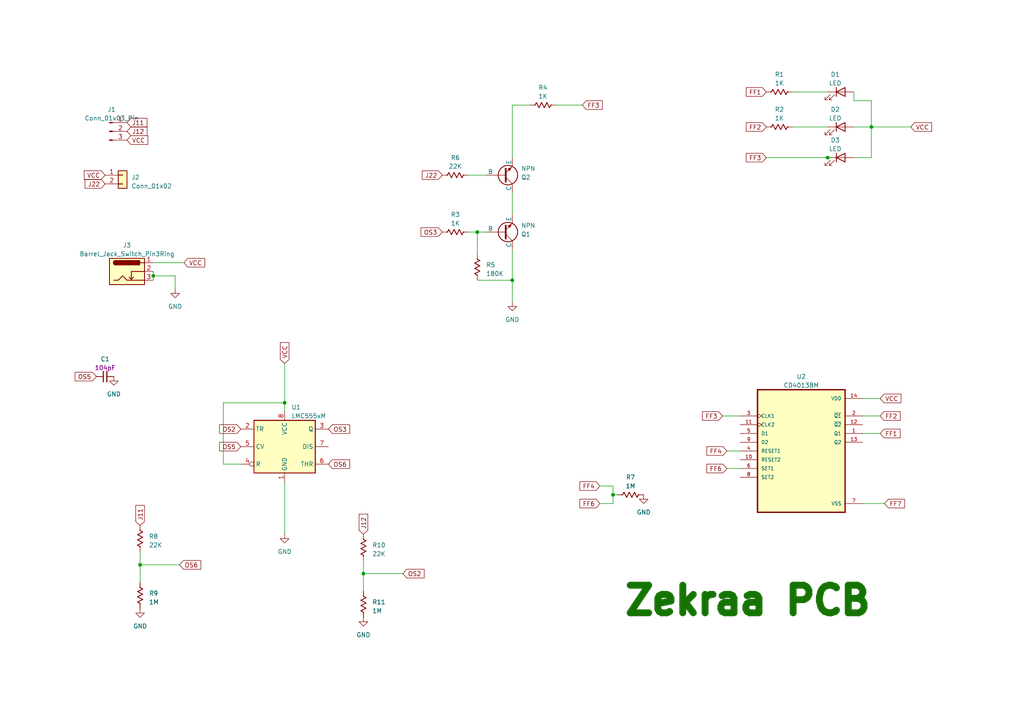
<source format=kicad_sch>
(kicad_sch (version 20230121) (generator eeschema)
  (paper "A4")
  (lib_symbols
    (symbol "CD4013BM:CD4013BM" (pin_names (offset 1.016))
      (property "Reference" "U" (at -12.7 18.78 0))
      (property "Value" "CD4013BM" (at -12.7 -21.78 0))
      (symbol "CD4013BM_0_0"
        (rectangle (start -12.7 -17.78) (end 12.7 17.78) (stroke (width 0.41)) (fill (type background)))
        (pin output line (at 17.78 5.08 180) (length 5.08) (name "Q1") (number "1"))
        (pin input line (at -17.78 -2.54 0) (length 5.08) (name "RESET2") (number "10"))
        (pin input clock (at -17.78 7.62 0) (length 5.08) (name "CLK2") (number "11"))
        (pin output line (at 17.78 7.62 180) (length 5.08) (name "~{Q2}") (number "12"))
        (pin output line (at 17.78 2.54 180) (length 5.08) (name "Q2") (number "13"))
        (pin power_in line (at 17.78 15.24 180) (length 5.08) (name "VDD") (number "14"))
        (pin output line (at 17.78 10.16 180) (length 5.08) (name "~{Q1}") (number "2"))
        (pin input clock (at -17.78 10.16 0) (length 5.08) (name "CLK1") (number "3"))
        (pin input line (at -17.78 0 0) (length 5.08) (name "RESET1") (number "4"))
        (pin input line (at -17.78 5.08 0) (length 5.08) (name "D1") (number "5"))
        (pin input line (at -17.78 -5.08 0) (length 5.08) (name "SET1") (number "6"))
        (pin power_in line (at 17.78 -15.24 180) (length 5.08) (name "VSS") (number "7"))
        (pin input line (at -17.78 -7.62 0) (length 5.08) (name "SET2") (number "8"))
        (pin input line (at -17.78 2.54 0) (length 5.08) (name "D2") (number "9"))
      )
    )
    (symbol "Connector:Barrel_Jack_Switch_Pin3Ring" (pin_names hide)
      (property "Reference" "J" (at 0 5.334 0))
      (property "Value" "Barrel_Jack_Switch_Pin3Ring" (at 0 -5.08 0))
      (symbol "Barrel_Jack_Switch_Pin3Ring_0_1"
        (rectangle (start -5.08 3.81) (end 5.08 -3.81) (stroke (width 0.254)) (fill (type background)))
        (arc (start -3.302 3.175) (mid -3.9343 2.54) (end -3.302 1.905) (stroke (width 0.254)))
        (arc (start -3.302 3.175) (mid -3.9343 2.54) (end -3.302 1.905) (stroke (width 0.254)) (fill (type outline)))
        (polyline (pts (xy 1.27 -2.286) (xy 1.905 -1.651)) (stroke (width 0.254)))
        (polyline (pts (xy 5.08 2.54) (xy 3.81 2.54)) (stroke (width 0.254)))
        (polyline (pts (xy 5.08 0) (xy 1.27 0) (xy 1.27 -2.286) (xy 0.635 -1.651)) (stroke (width 0.254)))
        (polyline (pts (xy -3.81 -2.54) (xy -2.54 -2.54) (xy -1.27 -1.27) (xy 0 -2.54) (xy 2.54 -2.54) (xy 5.08 -2.54)) (stroke (width 0.254)))
        (rectangle (start 3.683 3.175) (end -3.302 1.905) (stroke (width 0.254)) (fill (type outline)))
      )
      (symbol "Barrel_Jack_Switch_Pin3Ring_1_1"
        (pin passive line (at 7.62 2.54 180) (length 2.54) (name "~") (number "1"))
        (pin passive line (at 7.62 0 180) (length 2.54) (name "~") (number "2"))
        (pin passive line (at 7.62 -2.54 180) (length 2.54) (name "~") (number "3"))
      )
    )
    (symbol "Connector:Conn_01x03_Pin" (pin_names (offset 1.016) hide)
      (property "Reference" "J" (at 0 5.08 0))
      (property "Value" "Conn_01x03_Pin" (at 0 -5.08 0))
      (symbol "Conn_01x03_Pin_1_1"
        (polyline (pts (xy 1.27 -2.54) (xy 0.8636 -2.54)) (stroke (width 0.1524)))
        (polyline (pts (xy 1.27 0) (xy 0.8636 0)) (stroke (width 0.1524)))
        (polyline (pts (xy 1.27 2.54) (xy 0.8636 2.54)) (stroke (width 0.1524)))
        (rectangle (start 0.8636 -2.413) (end 0 -2.667) (stroke (width 0.1524)) (fill (type outline)))
        (rectangle (start 0.8636 0.127) (end 0 -0.127) (stroke (width 0.1524)) (fill (type outline)))
        (rectangle (start 0.8636 2.667) (end 0 2.413) (stroke (width 0.1524)) (fill (type outline)))
        (pin passive line (at 5.08 2.54 180) (length 3.81) (name "Pin_1") (number "1"))
        (pin passive line (at 5.08 0 180) (length 3.81) (name "Pin_2") (number "2"))
        (pin passive line (at 5.08 -2.54 180) (length 3.81) (name "Pin_3") (number "3"))
      )
    )
    (symbol "Device:LED" (pin_numbers hide) (pin_names (offset 1.016) hide)
      (property "Reference" "D" (at 0 2.54 0))
      (property "Value" "LED" (at 0 -2.54 0))
      (symbol "LED_0_1"
        (polyline (pts (xy -1.27 -1.27) (xy -1.27 1.27)) (stroke (width 0.254)))
        (polyline (pts (xy -1.27 0) (xy 1.27 0)))
        (polyline (pts (xy 1.27 -1.27) (xy 1.27 1.27) (xy -1.27 0) (xy 1.27 -1.27)) (stroke (width 0.254)))
        (polyline (pts (xy -3.048 -0.762) (xy -4.572 -2.286) (xy -3.81 -2.286) (xy -4.572 -2.286) (xy -4.572 -1.524)))
        (polyline (pts (xy -1.778 -0.762) (xy -3.302 -2.286) (xy -2.54 -2.286) (xy -3.302 -2.286) (xy -3.302 -1.524)))
      )
      (symbol "LED_1_1"
        (pin passive line (at -3.81 0 0) (length 2.54) (name "K") (number "1"))
        (pin passive line (at 3.81 0 180) (length 2.54) (name "A") (number "2"))
      )
    )
    (symbol "PCM_4ms_Capacitor:C_Generic" (pin_numbers hide) (pin_names (offset 0.254) hide)
      (property "Reference" "C" (at 1.905 1.016 0))
      (property "Display" "?F" (at 1.905 -1.27 0))
      (symbol "C_Generic_0_1"
        (polyline (pts (xy -1.524 -0.508) (xy 1.524 -0.508)) (stroke (width 0.3302)))
        (polyline (pts (xy -1.524 0.508) (xy 1.524 0.508)) (stroke (width 0.3048)))
      )
      (symbol "C_Generic_1_1"
        (pin passive line (at 0 2.54 270) (length 2.032) (name "~") (number "1"))
        (pin passive line (at 0 -2.54 90) (length 2.032) (name "~") (number "2"))
      )
    )
    (symbol "PCM_4ms_Connector:Conn_01x02" (pin_names (offset 1.016) hide)
      (property "Reference" "J" (at 0 2.54 0))
      (property "Value" "Conn_01x02" (at 0 -5.08 0))
      (symbol "Conn_01x02_1_1"
        (rectangle (start -1.27 -2.413) (end 0 -2.667) (stroke (width 0.1524)))
        (rectangle (start -1.27 0.127) (end 0 -0.127) (stroke (width 0.1524)))
        (rectangle (start -1.27 1.27) (end 1.27 -3.81) (stroke (width 0.254)) (fill (type background)))
        (pin passive line (at -5.08 0 0) (length 3.81) (name "Pin_1") (number "1"))
        (pin passive line (at -5.08 -2.54 0) (length 3.81) (name "Pin_2") (number "2"))
      )
    )
    (symbol "PCM_4ms_Power-symbol:GND" (power) (pin_names (offset 0))
      (property "Value" "GND" (at 0 -3.81 0))
      (symbol "GND_0_1"
        (polyline (pts (xy 0 0) (xy 0 -1.27) (xy 1.27 -1.27) (xy 0 -2.54) (xy -1.27 -1.27) (xy 0 -1.27)))
      )
      (symbol "GND_1_1"
        (pin power_in line (at 0 0 270) (length 0) hide (name "GND") (number "1"))
      )
    )
    (symbol "PCM_Resistor_US_AKL:R_DIN0207_P10.16mm" (pin_numbers hide) (pin_names (offset 0))
      (property "Reference" "R" (at 2.54 1.27 0))
      (property "Value" "R_DIN0207_P10.16mm" (at 2.54 -1.27 0))
      (symbol "R_DIN0207_P10.16mm_0_1"
        (polyline (pts (xy 0 -2.286) (xy 0 -2.54)) (stroke (width 0.254)))
        (polyline (pts (xy 0 2.286) (xy 0 2.54)) (stroke (width 0.254)))
        (polyline (pts (xy 0 2.286) (xy 0.762 1.905) (xy -0.762 1.143) (xy 0 0.762) (xy 0.762 0.381) (xy 0 0) (xy -0.762 -0.381) (xy 0 -0.762) (xy 0.762 -1.143) (xy 0 -1.524) (xy -0.762 -1.905) (xy 0 -2.286)) (stroke (width 0.254)))
      )
      (symbol "R_DIN0207_P10.16mm_1_1"
        (pin passive line (at 0 3.81 270) (length 1.27) (name "~") (number "1"))
        (pin passive line (at 0 -3.81 90) (length 1.27) (name "~") (number "2"))
      )
    )
    (symbol "Simulation_SPICE:NPN" (pin_numbers hide) (pin_names (offset 0))
      (property "Reference" "Q" (at -2.54 7.62 0))
      (property "Value" "NPN" (at -2.54 5.08 0))
      (symbol "NPN_0_1"
        (polyline (pts (xy -2.54 0) (xy 0.635 0)) (stroke (width 0.1524)))
        (polyline (pts (xy 0.635 0.635) (xy 2.54 2.54)))
        (polyline (pts (xy 2.794 -1.27) (xy 2.794 -1.27)) (stroke (width 0.1524)))
        (polyline (pts (xy 2.794 -1.27) (xy 2.794 -1.27)) (stroke (width 0.1524)))
        (polyline (pts (xy 0.635 -0.635) (xy 2.54 -2.54) (xy 2.54 -2.54)))
        (polyline (pts (xy 0.635 1.905) (xy 0.635 -1.905) (xy 0.635 -1.905)) (stroke (width 0.508)))
        (polyline (pts (xy 1.27 -1.778) (xy 1.778 -1.27) (xy 2.286 -2.286) (xy 1.27 -1.778) (xy 1.27 -1.778)) (fill (type outline)))
        (circle (center 1.27 0) (radius 2.8194) (stroke (width 0.254)))
      )
      (symbol "NPN_1_1"
        (pin open_collector line (at 2.54 5.08 270) (length 2.54) (name "C") (number "1"))
        (pin input line (at -5.08 0 0) (length 2.54) (name "B") (number "2"))
        (pin open_emitter line (at 2.54 -5.08 90) (length 2.54) (name "E") (number "3"))
      )
    )
    (symbol "Timer:LMC555xM"
      (property "Reference" "U" (at -10.16 8.89 0))
      (property "Value" "LMC555xM" (at 2.54 8.89 0))
      (symbol "LMC555xM_0_0"
        (pin power_in line (at 0 -10.16 90) (length 2.54) (name "GND") (number "1"))
        (pin power_in line (at 0 10.16 270) (length 2.54) (name "VCC") (number "8"))
      )
      (symbol "LMC555xM_0_1"
        (rectangle (start -8.89 -7.62) (end 8.89 7.62) (stroke (width 0.254)) (fill (type background)))
        (rectangle (start -8.89 -7.62) (end 8.89 7.62) (stroke (width 0.254)) (fill (type background)))
      )
      (symbol "LMC555xM_1_1"
        (pin input line (at -12.7 5.08 0) (length 3.81) (name "TR") (number "2"))
        (pin output line (at 12.7 5.08 180) (length 3.81) (name "Q") (number "3"))
        (pin input inverted (at -12.7 -5.08 0) (length 3.81) (name "R") (number "4"))
        (pin input line (at -12.7 0 0) (length 3.81) (name "CV") (number "5"))
        (pin input line (at 12.7 -5.08 180) (length 3.81) (name "THR") (number "6"))
        (pin input line (at 12.7 0 180) (length 3.81) (name "DIS") (number "7"))
      )
    )
  )
  (junction (at 240.03 45.72))
  (junction (at 82.55 116.84))
  (junction (at 177.8 143.51))
  (junction (at 148.59 81.28))
  (junction (at 105.41 166.37))
  (junction (at 44.45 80.01))
  (junction (at 252.73 36.83))
  (junction (at 138.43 67.31))
  (junction (at 40.64 163.83))
  (wire (pts (xy 250.19 125.73) (xy 255.27 125.73)))
  (wire (pts (xy 173.99 146.05) (xy 177.8 146.05)))
  (wire (pts (xy 138.43 67.31) (xy 140.97 67.31)))
  (wire (pts (xy 52.07 163.83) (xy 40.64 163.83)))
  (wire (pts (xy 173.99 140.97) (xy 177.8 140.97)))
  (wire (pts (xy 138.43 67.31) (xy 138.43 73.66)))
  (wire (pts (xy 240.03 45.72) (xy 241.3 45.72)))
  (wire (pts (xy 210.82 130.81) (xy 214.63 130.81)))
  (wire (pts (xy 135.89 50.8) (xy 140.97 50.8)))
  (wire (pts (xy 138.43 81.28) (xy 148.59 81.28)))
  (wire (pts (xy 135.89 67.31) (xy 138.43 67.31)))
  (wire (pts (xy 161.29 30.48) (xy 168.91 30.48)))
  (wire (pts (xy 148.59 45.72) (xy 148.59 30.48)))
  (wire (pts (xy 44.45 76.2) (xy 53.34 76.2)))
  (wire (pts (xy 252.73 45.72) (xy 247.65 45.72)))
  (wire (pts (xy 105.41 162.56) (xy 105.41 166.37)))
  (wire (pts (xy 250.19 115.57) (xy 255.27 115.57)))
  (wire (pts (xy 116.84 166.37) (xy 105.41 166.37)))
  (wire (pts (xy 105.41 166.37) (xy 105.41 171.45)))
  (wire (pts (xy 82.55 139.7) (xy 82.55 154.94)))
  (wire (pts (xy 82.55 116.84) (xy 82.55 119.38)))
  (wire (pts (xy 40.64 163.83) (xy 40.64 168.91)))
  (wire (pts (xy 50.8 80.01) (xy 50.8 83.82)))
  (wire (pts (xy 69.85 134.62) (xy 64.77 134.62)))
  (wire (pts (xy 209.55 120.65) (xy 214.63 120.65)))
  (wire (pts (xy 40.64 160.02) (xy 40.64 163.83)))
  (wire (pts (xy 177.8 143.51) (xy 179.07 143.51)))
  (wire (pts (xy 148.59 72.39) (xy 148.59 81.28)))
  (wire (pts (xy 250.19 146.05) (xy 256.54 146.05)))
  (wire (pts (xy 148.59 30.48) (xy 153.67 30.48)))
  (wire (pts (xy 44.45 78.74) (xy 44.45 80.01)))
  (wire (pts (xy 82.55 105.41) (xy 82.55 116.84)))
  (wire (pts (xy 252.73 36.83) (xy 264.16 36.83)))
  (wire (pts (xy 222.25 45.72) (xy 240.03 45.72)))
  (wire (pts (xy 148.59 81.28) (xy 148.59 87.63)))
  (wire (pts (xy 247.65 36.83) (xy 252.73 36.83)))
  (wire (pts (xy 177.8 143.51) (xy 177.8 146.05)))
  (wire (pts (xy 252.73 36.83) (xy 252.73 45.72)))
  (wire (pts (xy 44.45 80.01) (xy 44.45 81.28)))
  (wire (pts (xy 64.77 116.84) (xy 82.55 116.84)))
  (wire (pts (xy 229.87 26.67) (xy 240.03 26.67)))
  (wire (pts (xy 252.73 29.21) (xy 252.73 36.83)))
  (wire (pts (xy 250.19 120.65) (xy 255.27 120.65)))
  (wire (pts (xy 210.82 135.89) (xy 214.63 135.89)))
  (wire (pts (xy 148.59 55.88) (xy 148.59 62.23)))
  (wire (pts (xy 247.65 29.21) (xy 247.65 26.67)))
  (wire (pts (xy 229.87 36.83) (xy 240.03 36.83)))
  (wire (pts (xy 44.45 80.01) (xy 50.8 80.01)))
  (wire (pts (xy 64.77 134.62) (xy 64.77 116.84)))
  (wire (pts (xy 177.8 140.97) (xy 177.8 143.51)))
  (wire (pts (xy 252.73 29.21) (xy 247.65 29.21)))
  (text "Zekraa PCB" (at 180.34 179.07 0) (effects (font (size 8 8) (thickness 2.4) bold) (justify left bottom)))
  (global_label "FF4" (shape input) (at 210.82 130.81 180) (property "Intersheetrefs" "${INTERSHEET_REFS}" (effects hide)))
  (global_label "J11" (shape input) (at 40.64 152.4 90) (property "Intersheetrefs" "${INTERSHEET_REFS}" (effects hide)))
  (global_label "FF4" (shape input) (at 173.99 140.97 180) (property "Intersheetrefs" "${INTERSHEET_REFS}" (effects hide)))
  (global_label "OS5" (shape input) (at 69.85 129.54 180) (property "Intersheetrefs" "${INTERSHEET_REFS}" (effects hide)))
  (global_label "FF1" (shape input) (at 255.27 125.73 0) (property "Intersheetrefs" "${INTERSHEET_REFS}" (effects hide)))
  (global_label "J11" (shape input) (at 36.83 35.56 0) (property "Intersheetrefs" "${INTERSHEET_REFS}" (effects hide)))
  (global_label "J12" (shape input) (at 36.83 38.1 0) (property "Intersheetrefs" "${INTERSHEET_REFS}" (effects hide)))
  (global_label "FF3" (shape input) (at 222.25 45.72 180) (property "Intersheetrefs" "${INTERSHEET_REFS}" (effects hide)))
  (global_label "VCC" (shape input) (at 53.34 76.2 0) (property "Intersheetrefs" "${INTERSHEET_REFS}" (effects hide)))
  (global_label "VCC" (shape input) (at 264.16 36.83 0) (property "Intersheetrefs" "${INTERSHEET_REFS}" (effects hide)))
  (global_label "OS6" (shape input) (at 95.25 134.62 0) (property "Intersheetrefs" "${INTERSHEET_REFS}" (effects hide)))
  (global_label "J22" (shape input) (at 30.48 53.34 180) (property "Intersheetrefs" "${INTERSHEET_REFS}" (effects hide)))
  (global_label "FF2" (shape input) (at 222.25 36.83 180) (property "Intersheetrefs" "${INTERSHEET_REFS}" (effects hide)))
  (global_label "VCC" (shape input) (at 36.83 40.64 0) (property "Intersheetrefs" "${INTERSHEET_REFS}" (effects hide)))
  (global_label "FF2" (shape input) (at 255.27 120.65 0) (property "Intersheetrefs" "${INTERSHEET_REFS}" (effects hide)))
  (global_label "J22" (shape input) (at 128.27 50.8 180) (property "Intersheetrefs" "${INTERSHEET_REFS}" (effects hide)))
  (global_label "VCC" (shape input) (at 82.55 105.41 90) (property "Intersheetrefs" "${INTERSHEET_REFS}" (effects hide)))
  (global_label "VCC" (shape input) (at 30.48 50.8 180) (property "Intersheetrefs" "${INTERSHEET_REFS}" (effects hide)))
  (global_label "OS3" (shape input) (at 128.27 67.31 180) (property "Intersheetrefs" "${INTERSHEET_REFS}" (effects hide)))
  (global_label "VCC" (shape input) (at 255.27 115.57 0) (property "Intersheetrefs" "${INTERSHEET_REFS}" (effects hide)))
  (global_label "FF3" (shape input) (at 209.55 120.65 180) (property "Intersheetrefs" "${INTERSHEET_REFS}" (effects hide)))
  (global_label "FF6" (shape input) (at 173.99 146.05 180) (property "Intersheetrefs" "${INTERSHEET_REFS}" (effects hide)))
  (global_label "OS5" (shape input) (at 27.94 109.22 180) (property "Intersheetrefs" "${INTERSHEET_REFS}" (effects hide)))
  (global_label "OS6" (shape input) (at 52.07 163.83 0) (property "Intersheetrefs" "${INTERSHEET_REFS}" (effects hide)))
  (global_label "OS2" (shape input) (at 116.84 166.37 0) (property "Intersheetrefs" "${INTERSHEET_REFS}" (effects hide)))
  (global_label "J12" (shape input) (at 105.41 154.94 90) (property "Intersheetrefs" "${INTERSHEET_REFS}" (effects hide)))
  (global_label "OS3" (shape input) (at 95.25 124.46 0) (property "Intersheetrefs" "${INTERSHEET_REFS}" (effects hide)))
  (global_label "FF3" (shape input) (at 168.91 30.48 0) (property "Intersheetrefs" "${INTERSHEET_REFS}" (effects hide)))
  (global_label "FF6" (shape input) (at 210.82 135.89 180) (property "Intersheetrefs" "${INTERSHEET_REFS}" (effects hide)))
  (global_label "FF1" (shape input) (at 222.25 26.67 180) (property "Intersheetrefs" "${INTERSHEET_REFS}" (effects hide)))
  (global_label "OS2" (shape input) (at 69.85 124.46 180) (property "Intersheetrefs" "${INTERSHEET_REFS}" (effects hide)))
  (global_label "FF7" (shape input) (at 256.54 146.05 0) (property "Intersheetrefs" "${INTERSHEET_REFS}" (effects hide)))
  (symbol (lib_id "Simulation_SPICE:NPN") (at 146.05 67.31 0) (mirror x) (unit 1)
    (property "Reference" "Q1" (at 151.13 67.945 0) (effects (justify left)))
    (property "Value" "NPN" (at 151.13 65.405 0) (effects (justify left)))
    (property "Footprint" "PCM_Package_TO_SOT_THT_AKL:TO-92L_ECB" (effects hide))
    (property "Sim.Device" "NPN" (effects hide))
    (property "Sim.Type" "GUMMELPOON" (effects hide))
    (property "Sim.Pins" "1=C 2=B 3=E" (effects hide))
  )
  (symbol (lib_id "PCM_4ms_Power-symbol:GND") (at 82.55 154.94 0) (unit 1)
    (property "Reference" "#PWR01" (effects hide))
    (property "Value" "GND" (at 82.55 160.02 0))
  )
  (symbol (lib_id "PCM_Resistor_US_AKL:R_DIN0207_P10.16mm") (at 105.41 175.26 180) (unit 1)
    (property "Reference" "R11" (at 107.95 174.625 0) (effects (justify right)))
    (property "Value" "1M" (at 107.95 177.165 0) (effects (justify right)))
    (property "Footprint" "PCM_Resistor_THT_AKL:R_Axial_DIN0411_L9.9mm_D3.6mm_P15.24mm_Horizontal" (effects hide))
  )
  (symbol (lib_id "PCM_Resistor_US_AKL:R_DIN0207_P10.16mm") (at 132.08 67.31 270) (unit 1)
    (property "Reference" "R3" (at 132.08 62.23 90))
    (property "Value" "1K" (at 132.08 64.77 90))
    (property "Footprint" "PCM_Resistor_THT_AKL:R_Axial_DIN0411_L9.9mm_D3.6mm_P15.24mm_Horizontal" (effects hide))
  )
  (symbol (lib_id "PCM_4ms_Connector:Conn_01x02") (at 35.56 50.8 0) (unit 1)
    (property "Reference" "J2" (at 38.1 51.435 0) (effects (justify left)))
    (property "Value" "Conn_01x02" (at 38.1 53.975 0) (effects (justify left)))
    (property "Footprint" "TerminalBlock:TerminalBlock_Altech_AK300-2_P5.00mm" (effects hide))
    (property "Specifications" "Pins_01x02, Header, Male Pins, 1*2, spacing 2.54mm, straight pin" (effects hide))
    (property "Manufacturer" "TAD" (effects hide))
    (property "Part Number" "1-0201FBV0T" (effects hide))
  )
  (symbol (lib_id "PCM_4ms_Power-symbol:GND") (at 186.69 143.51 0) (unit 1)
    (property "Reference" "#PWR03" (effects hide))
    (property "Value" "GND" (at 186.69 148.59 0))
  )
  (symbol (lib_id "Simulation_SPICE:NPN") (at 146.05 50.8 0) (mirror x) (unit 1)
    (property "Reference" "Q2" (at 151.13 51.435 0) (effects (justify left)))
    (property "Value" "NPN" (at 151.13 48.895 0) (effects (justify left)))
    (property "Footprint" "PCM_Package_TO_SOT_THT_AKL:TO-92L_ECB" (effects hide))
    (property "Sim.Device" "NPN" (effects hide))
    (property "Sim.Type" "GUMMELPOON" (effects hide))
    (property "Sim.Pins" "1=C 2=B 3=E" (effects hide))
  )
  (symbol (lib_id "PCM_4ms_Power-symbol:GND") (at 148.59 87.63 0) (unit 1)
    (property "Reference" "#PWR02" (effects hide))
    (property "Value" "GND" (at 148.59 92.71 0))
  )
  (symbol (lib_id "PCM_4ms_Power-symbol:GND") (at 33.02 109.22 0) (unit 1)
    (property "Reference" "#PWR07" (effects hide))
    (property "Value" "GND" (at 33.02 114.3 0))
  )
  (symbol (lib_id "PCM_Resistor_US_AKL:R_DIN0207_P10.16mm") (at 132.08 50.8 270) (unit 1)
    (property "Reference" "R6" (at 132.08 45.72 90))
    (property "Value" "22K" (at 132.08 48.26 90))
    (property "Footprint" "PCM_Resistor_THT_AKL:R_Axial_DIN0411_L9.9mm_D3.6mm_P15.24mm_Horizontal" (effects hide))
  )
  (symbol (lib_id "Connector:Conn_01x03_Pin") (at 31.75 38.1 0) (unit 1)
    (property "Reference" "J1" (at 32.385 31.75 0))
    (property "Value" "Conn_01x03_Pin" (at 32.385 34.29 0))
    (property "Footprint" "TerminalBlock:TerminalBlock_Altech_AK300-3_P5.00mm" (effects hide))
  )
  (symbol (lib_id "Device:LED") (at 243.84 45.72 0) (unit 1)
    (property "Reference" "D3" (at 242.2525 40.64 0))
    (property "Value" "LED" (at 242.2525 43.18 0))
    (property "Footprint" "LED_THT:LED_D5.0mm" (effects hide))
  )
  (symbol (lib_id "PCM_Resistor_US_AKL:R_DIN0207_P10.16mm") (at 226.06 26.67 270) (unit 1)
    (property "Reference" "R1" (at 226.06 21.59 90))
    (property "Value" "1K" (at 226.06 24.13 90))
    (property "Footprint" "PCM_Resistor_THT_AKL:R_Axial_DIN0411_L9.9mm_D3.6mm_P15.24mm_Horizontal" (effects hide))
  )
  (symbol (lib_id "PCM_4ms_Power-symbol:GND") (at 105.41 179.07 0) (unit 1)
    (property "Reference" "#PWR06" (effects hide))
    (property "Value" "GND" (at 105.41 184.15 0))
  )
  (symbol (lib_id "Device:LED") (at 243.84 26.67 0) (unit 1)
    (property "Reference" "D1" (at 242.2525 21.59 0))
    (property "Value" "LED" (at 242.2525 24.13 0))
    (property "Footprint" "LED_THT:LED_D5.0mm" (effects hide))
  )
  (symbol (lib_id "CD4013BM:CD4013BM") (at 232.41 130.81 0) (unit 1)
    (property "Reference" "U2" (at 232.41 109.22 0))
    (property "Value" "CD4013BM" (at 232.41 111.76 0))
    (property "Footprint" "PCM_4ms_Package_DIP:DIP-14_W7.62mm" (effects hide))
  )
  (symbol (lib_id "PCM_Resistor_US_AKL:R_DIN0207_P10.16mm") (at 157.48 30.48 270) (unit 1)
    (property "Reference" "R4" (at 157.48 25.4 90))
    (property "Value" "1K" (at 157.48 27.94 90))
    (property "Footprint" "PCM_Resistor_THT_AKL:R_Axial_DIN0411_L9.9mm_D3.6mm_P15.24mm_Horizontal" (effects hide))
  )
  (symbol (lib_id "PCM_4ms_Capacitor:C_Generic") (at 30.48 109.22 90) (unit 1)
    (property "Reference" "C1" (at 30.4863 104.14 90))
    (property "Value" "C_Generic" (effects hide))
    (property "Footprint" "Capacitor_THT:CP_Radial_D8.0mm_P5.00mm" (effects hide))
    (property "Display" "104pF" (at 30.4863 106.68 90))
  )
  (symbol (lib_id "PCM_Resistor_US_AKL:R_DIN0207_P10.16mm") (at 105.41 158.75 180) (unit 1)
    (property "Reference" "R10" (at 107.95 158.115 0) (effects (justify right)))
    (property "Value" "22K" (at 107.95 160.655 0) (effects (justify right)))
    (property "Footprint" "PCM_Resistor_THT_AKL:R_Axial_DIN0411_L9.9mm_D3.6mm_P15.24mm_Horizontal" (effects hide))
  )
  (symbol (lib_id "PCM_Resistor_US_AKL:R_DIN0207_P10.16mm") (at 40.64 156.21 180) (unit 1)
    (property "Reference" "R8" (at 43.18 155.575 0) (effects (justify right)))
    (property "Value" "22K" (at 43.18 158.115 0) (effects (justify right)))
    (property "Footprint" "PCM_Resistor_THT_AKL:R_Axial_DIN0411_L9.9mm_D3.6mm_P15.24mm_Horizontal" (effects hide))
  )
  (symbol (lib_id "PCM_Resistor_US_AKL:R_DIN0207_P10.16mm") (at 40.64 172.72 180) (unit 1)
    (property "Reference" "R9" (at 43.18 172.085 0) (effects (justify right)))
    (property "Value" "1M" (at 43.18 174.625 0) (effects (justify right)))
    (property "Footprint" "PCM_Resistor_THT_AKL:R_Axial_DIN0411_L9.9mm_D3.6mm_P15.24mm_Horizontal" (effects hide))
  )
  (symbol (lib_id "PCM_4ms_Power-symbol:GND") (at 50.8 83.82 0) (unit 1)
    (property "Reference" "#PWR04" (effects hide))
    (property "Value" "GND" (at 50.8 88.9 0))
  )
  (symbol (lib_id "PCM_4ms_Power-symbol:GND") (at 40.64 176.53 0) (unit 1)
    (property "Reference" "#PWR05" (effects hide))
    (property "Value" "GND" (at 40.64 181.61 0))
  )
  (symbol (lib_id "PCM_Resistor_US_AKL:R_DIN0207_P10.16mm") (at 182.88 143.51 270) (unit 1)
    (property "Reference" "R7" (at 182.88 138.43 90))
    (property "Value" "1M" (at 182.88 140.97 90))
    (property "Footprint" "PCM_Resistor_THT_AKL:R_Axial_DIN0411_L9.9mm_D3.6mm_P15.24mm_Horizontal" (effects hide))
  )
  (symbol (lib_id "Connector:Barrel_Jack_Switch_Pin3Ring") (at 36.83 78.74 0) (unit 1)
    (property "Reference" "J3" (at 36.83 71.12 0))
    (property "Value" "Barrel_Jack_Switch_Pin3Ring" (at 36.83 73.66 0))
    (property "Footprint" "Connector_BarrelJack:BarrelJack_Horizontal" (effects hide))
  )
  (symbol (lib_id "Device:LED") (at 243.84 36.83 0) (unit 1)
    (property "Reference" "D2" (at 242.2525 31.75 0))
    (property "Value" "LED" (at 242.2525 34.29 0))
    (property "Footprint" "LED_THT:LED_D5.0mm" (effects hide))
  )
  (symbol (lib_id "Timer:LMC555xM") (at 82.55 129.54 0) (unit 1)
    (property "Reference" "U1" (at 84.5059 118.11 0) (effects (justify left)))
    (property "Value" "LMC555xM" (at 84.5059 120.65 0) (effects (justify left)))
    (property "Footprint" "Package_DIP:DIP-8_W7.62mm" (effects hide))
    (property "Datasheet" "http://www.ti.com/lit/ds/symlink/lmc555.pdf" (effects hide))
  )
  (symbol (lib_id "PCM_Resistor_US_AKL:R_DIN0207_P10.16mm") (at 226.06 36.83 270) (unit 1)
    (property "Reference" "R2" (at 226.06 31.75 90))
    (property "Value" "1K" (at 226.06 34.29 90))
    (property "Footprint" "PCM_Resistor_THT_AKL:R_Axial_DIN0411_L9.9mm_D3.6mm_P15.24mm_Horizontal" (effects hide))
  )
  (symbol (lib_id "PCM_Resistor_US_AKL:R_DIN0207_P10.16mm") (at 138.43 77.47 0) (unit 1)
    (property "Reference" "R5" (at 140.97 76.835 0) (effects (justify left)))
    (property "Value" "180K" (at 140.97 79.375 0) (effects (justify left)))
    (property "Footprint" "PCM_Resistor_THT_AKL:R_Axial_DIN0411_L9.9mm_D3.6mm_P15.24mm_Horizontal" (effects hide))
  )
)
</source>
